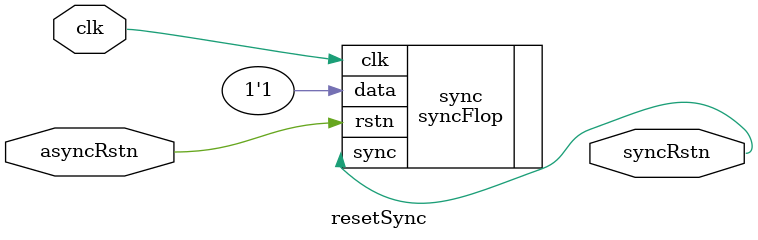
<source format=v>
module resetSync (
    input  wire     clk,
    input  wire     asyncRstn,
    output wire     syncRstn
);

parameter FLOPS = 2;

syncFlop #(.FLOPS(FLOPS)) sync (.clk(clk), .rstn(asyncRstn), .data(1'b1), .sync(syncRstn));

endmodule


</source>
